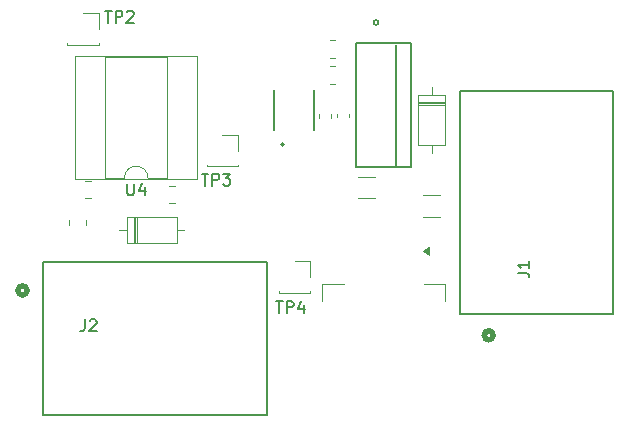
<source format=gbr>
%TF.GenerationSoftware,KiCad,Pcbnew,8.0.7*%
%TF.CreationDate,2025-04-15T22:45:42-07:00*%
%TF.ProjectId,M56PowerPrototype,4d353650-6f77-4657-9250-726f746f7479,rev?*%
%TF.SameCoordinates,Original*%
%TF.FileFunction,Legend,Top*%
%TF.FilePolarity,Positive*%
%FSLAX46Y46*%
G04 Gerber Fmt 4.6, Leading zero omitted, Abs format (unit mm)*
G04 Created by KiCad (PCBNEW 8.0.7) date 2025-04-15 22:45:42*
%MOMM*%
%LPD*%
G01*
G04 APERTURE LIST*
%ADD10C,0.150000*%
%ADD11C,0.152400*%
%ADD12C,0.508000*%
%ADD13C,0.120000*%
G04 APERTURE END LIST*
D10*
X107290819Y-55655933D02*
X108005104Y-55655933D01*
X108005104Y-55655933D02*
X108147961Y-55703552D01*
X108147961Y-55703552D02*
X108243200Y-55798790D01*
X108243200Y-55798790D02*
X108290819Y-55941647D01*
X108290819Y-55941647D02*
X108290819Y-56036885D01*
X108290819Y-54655933D02*
X108290819Y-55227361D01*
X108290819Y-54941647D02*
X107290819Y-54941647D01*
X107290819Y-54941647D02*
X107433676Y-55036885D01*
X107433676Y-55036885D02*
X107528914Y-55132123D01*
X107528914Y-55132123D02*
X107576533Y-55227361D01*
X86838095Y-58054819D02*
X87409523Y-58054819D01*
X87123809Y-59054819D02*
X87123809Y-58054819D01*
X87742857Y-59054819D02*
X87742857Y-58054819D01*
X87742857Y-58054819D02*
X88123809Y-58054819D01*
X88123809Y-58054819D02*
X88219047Y-58102438D01*
X88219047Y-58102438D02*
X88266666Y-58150057D01*
X88266666Y-58150057D02*
X88314285Y-58245295D01*
X88314285Y-58245295D02*
X88314285Y-58388152D01*
X88314285Y-58388152D02*
X88266666Y-58483390D01*
X88266666Y-58483390D02*
X88219047Y-58531009D01*
X88219047Y-58531009D02*
X88123809Y-58578628D01*
X88123809Y-58578628D02*
X87742857Y-58578628D01*
X89171428Y-58388152D02*
X89171428Y-59054819D01*
X88933333Y-58007200D02*
X88695238Y-58721485D01*
X88695238Y-58721485D02*
X89314285Y-58721485D01*
X72338095Y-33454819D02*
X72909523Y-33454819D01*
X72623809Y-34454819D02*
X72623809Y-33454819D01*
X73242857Y-34454819D02*
X73242857Y-33454819D01*
X73242857Y-33454819D02*
X73623809Y-33454819D01*
X73623809Y-33454819D02*
X73719047Y-33502438D01*
X73719047Y-33502438D02*
X73766666Y-33550057D01*
X73766666Y-33550057D02*
X73814285Y-33645295D01*
X73814285Y-33645295D02*
X73814285Y-33788152D01*
X73814285Y-33788152D02*
X73766666Y-33883390D01*
X73766666Y-33883390D02*
X73719047Y-33931009D01*
X73719047Y-33931009D02*
X73623809Y-33978628D01*
X73623809Y-33978628D02*
X73242857Y-33978628D01*
X74195238Y-33550057D02*
X74242857Y-33502438D01*
X74242857Y-33502438D02*
X74338095Y-33454819D01*
X74338095Y-33454819D02*
X74576190Y-33454819D01*
X74576190Y-33454819D02*
X74671428Y-33502438D01*
X74671428Y-33502438D02*
X74719047Y-33550057D01*
X74719047Y-33550057D02*
X74766666Y-33645295D01*
X74766666Y-33645295D02*
X74766666Y-33740533D01*
X74766666Y-33740533D02*
X74719047Y-33883390D01*
X74719047Y-33883390D02*
X74147619Y-34454819D01*
X74147619Y-34454819D02*
X74766666Y-34454819D01*
X70644066Y-59590819D02*
X70644066Y-60305104D01*
X70644066Y-60305104D02*
X70596447Y-60447961D01*
X70596447Y-60447961D02*
X70501209Y-60543200D01*
X70501209Y-60543200D02*
X70358352Y-60590819D01*
X70358352Y-60590819D02*
X70263114Y-60590819D01*
X71072638Y-59686057D02*
X71120257Y-59638438D01*
X71120257Y-59638438D02*
X71215495Y-59590819D01*
X71215495Y-59590819D02*
X71453590Y-59590819D01*
X71453590Y-59590819D02*
X71548828Y-59638438D01*
X71548828Y-59638438D02*
X71596447Y-59686057D01*
X71596447Y-59686057D02*
X71644066Y-59781295D01*
X71644066Y-59781295D02*
X71644066Y-59876533D01*
X71644066Y-59876533D02*
X71596447Y-60019390D01*
X71596447Y-60019390D02*
X71025019Y-60590819D01*
X71025019Y-60590819D02*
X71644066Y-60590819D01*
X80538095Y-47254819D02*
X81109523Y-47254819D01*
X80823809Y-48254819D02*
X80823809Y-47254819D01*
X81442857Y-48254819D02*
X81442857Y-47254819D01*
X81442857Y-47254819D02*
X81823809Y-47254819D01*
X81823809Y-47254819D02*
X81919047Y-47302438D01*
X81919047Y-47302438D02*
X81966666Y-47350057D01*
X81966666Y-47350057D02*
X82014285Y-47445295D01*
X82014285Y-47445295D02*
X82014285Y-47588152D01*
X82014285Y-47588152D02*
X81966666Y-47683390D01*
X81966666Y-47683390D02*
X81919047Y-47731009D01*
X81919047Y-47731009D02*
X81823809Y-47778628D01*
X81823809Y-47778628D02*
X81442857Y-47778628D01*
X82347619Y-47254819D02*
X82966666Y-47254819D01*
X82966666Y-47254819D02*
X82633333Y-47635771D01*
X82633333Y-47635771D02*
X82776190Y-47635771D01*
X82776190Y-47635771D02*
X82871428Y-47683390D01*
X82871428Y-47683390D02*
X82919047Y-47731009D01*
X82919047Y-47731009D02*
X82966666Y-47826247D01*
X82966666Y-47826247D02*
X82966666Y-48064342D01*
X82966666Y-48064342D02*
X82919047Y-48159580D01*
X82919047Y-48159580D02*
X82871428Y-48207200D01*
X82871428Y-48207200D02*
X82776190Y-48254819D01*
X82776190Y-48254819D02*
X82490476Y-48254819D01*
X82490476Y-48254819D02*
X82395238Y-48207200D01*
X82395238Y-48207200D02*
X82347619Y-48159580D01*
X74228095Y-48084819D02*
X74228095Y-48894342D01*
X74228095Y-48894342D02*
X74275714Y-48989580D01*
X74275714Y-48989580D02*
X74323333Y-49037200D01*
X74323333Y-49037200D02*
X74418571Y-49084819D01*
X74418571Y-49084819D02*
X74609047Y-49084819D01*
X74609047Y-49084819D02*
X74704285Y-49037200D01*
X74704285Y-49037200D02*
X74751904Y-48989580D01*
X74751904Y-48989580D02*
X74799523Y-48894342D01*
X74799523Y-48894342D02*
X74799523Y-48084819D01*
X75704285Y-48418152D02*
X75704285Y-49084819D01*
X75466190Y-48037200D02*
X75228095Y-48751485D01*
X75228095Y-48751485D02*
X75847142Y-48751485D01*
D11*
%TO.C,J1*%
X102423000Y-40233600D02*
X102423000Y-59156600D01*
X102423000Y-59156600D02*
X115377000Y-59156600D01*
X115377000Y-40233600D02*
X102423000Y-40233600D01*
X115377000Y-59156600D02*
X115377000Y-40233600D01*
D12*
X105217000Y-60934600D02*
G75*
G02*
X104455000Y-60934600I-381000J0D01*
G01*
X104455000Y-60934600D02*
G75*
G02*
X105217000Y-60934600I381000J0D01*
G01*
D13*
%TO.C,C3*%
X90490000Y-42234420D02*
X90490000Y-42515580D01*
X91510000Y-42234420D02*
X91510000Y-42515580D01*
%TO.C,TP4*%
X87070000Y-57210000D02*
X87070000Y-57330000D01*
X87070000Y-57330000D02*
X89730000Y-57330000D01*
X88400000Y-54670000D02*
X89730000Y-54670000D01*
X89730000Y-54670000D02*
X89730000Y-56000000D01*
X89730000Y-57210000D02*
X89730000Y-57330000D01*
%TO.C,R2*%
X91360436Y-35965000D02*
X91814564Y-35965000D01*
X91360436Y-37435000D02*
X91814564Y-37435000D01*
%TO.C,R4*%
X70672936Y-47865000D02*
X71127064Y-47865000D01*
X70672936Y-49335000D02*
X71127064Y-49335000D01*
%TO.C,TP2*%
X69170000Y-36210000D02*
X69170000Y-36330000D01*
X69170000Y-36330000D02*
X71830000Y-36330000D01*
X70500000Y-33670000D02*
X71830000Y-33670000D01*
X71830000Y-33670000D02*
X71830000Y-35000000D01*
X71830000Y-36210000D02*
X71830000Y-36330000D01*
%TO.C,D1*%
X73530000Y-52000000D02*
X74180000Y-52000000D01*
X74180000Y-50880000D02*
X74180000Y-53120000D01*
X74180000Y-53120000D02*
X78420000Y-53120000D01*
X74780000Y-50880000D02*
X74780000Y-53120000D01*
X74900000Y-50880000D02*
X74900000Y-53120000D01*
X75020000Y-50880000D02*
X75020000Y-53120000D01*
X78420000Y-50880000D02*
X74180000Y-50880000D01*
X78420000Y-53120000D02*
X78420000Y-50880000D01*
X79070000Y-52000000D02*
X78420000Y-52000000D01*
%TO.C,R1*%
X91372936Y-38165000D02*
X91827064Y-38165000D01*
X91372936Y-39635000D02*
X91827064Y-39635000D01*
%TO.C,C1*%
X100711252Y-49090000D02*
X99288748Y-49090000D01*
X100711252Y-50910000D02*
X99288748Y-50910000D01*
D11*
%TO.C,J2*%
X67143400Y-54723000D02*
X67143400Y-67677000D01*
X67143400Y-67677000D02*
X86066400Y-67677000D01*
X86066400Y-54723000D02*
X67143400Y-54723000D01*
X86066400Y-67677000D02*
X86066400Y-54723000D01*
D12*
X65746400Y-57136000D02*
G75*
G02*
X64984400Y-57136000I-381000J0D01*
G01*
X64984400Y-57136000D02*
G75*
G02*
X65746400Y-57136000I381000J0D01*
G01*
D13*
%TO.C,C5*%
X77738748Y-48265000D02*
X78261252Y-48265000D01*
X77738748Y-49735000D02*
X78261252Y-49735000D01*
D11*
%TO.C,U2*%
X93598200Y-36227600D02*
X93598200Y-46692400D01*
X93598200Y-46692400D02*
X98246400Y-46692400D01*
X96976400Y-36354600D02*
X96976400Y-46565400D01*
X98246400Y-36227600D02*
X93598200Y-36227600D01*
X98246400Y-46692400D02*
X98246400Y-36227600D01*
X95503200Y-34449600D02*
G75*
G02*
X95096800Y-34449600I-203200J0D01*
G01*
X95096800Y-34449600D02*
G75*
G02*
X95503200Y-34449600I203200J0D01*
G01*
D13*
%TO.C,C2*%
X93788748Y-47490000D02*
X95211252Y-47490000D01*
X93788748Y-49310000D02*
X95211252Y-49310000D01*
%TO.C,R3*%
X69265000Y-51627064D02*
X69265000Y-51172936D01*
X70735000Y-51627064D02*
X70735000Y-51172936D01*
%TO.C,U1*%
X90760000Y-56625000D02*
X92570000Y-56625000D01*
X90760000Y-57990000D02*
X90760000Y-56625000D01*
X101160000Y-56625000D02*
X99350000Y-56625000D01*
X101160000Y-57990000D02*
X101160000Y-56625000D01*
X99780000Y-54140000D02*
X99310000Y-53800000D01*
X99780000Y-53460000D01*
X99780000Y-54140000D01*
G36*
X99780000Y-54140000D02*
G01*
X99310000Y-53800000D01*
X99780000Y-53460000D01*
X99780000Y-54140000D01*
G37*
%TO.C,TP3*%
X80970000Y-46510000D02*
X80970000Y-46630000D01*
X80970000Y-46630000D02*
X83630000Y-46630000D01*
X82300000Y-43970000D02*
X83630000Y-43970000D01*
X83630000Y-43970000D02*
X83630000Y-45300000D01*
X83630000Y-46510000D02*
X83630000Y-46630000D01*
%TO.C,D2*%
X98880000Y-40580000D02*
X98880000Y-44820000D01*
X98880000Y-44820000D02*
X101120000Y-44820000D01*
X100000000Y-39930000D02*
X100000000Y-40580000D01*
X100000000Y-45470000D02*
X100000000Y-44820000D01*
X101120000Y-40580000D02*
X98880000Y-40580000D01*
X101120000Y-41180000D02*
X98880000Y-41180000D01*
X101120000Y-41300000D02*
X98880000Y-41300000D01*
X101120000Y-41420000D02*
X98880000Y-41420000D01*
X101120000Y-44820000D02*
X101120000Y-40580000D01*
D11*
%TO.C,U3*%
X86648000Y-40122999D02*
X86648000Y-43526997D01*
X90051998Y-43526997D02*
X90051998Y-40122999D01*
X87526999Y-44776597D02*
G75*
G02*
X87272999Y-44776597I-127000J0D01*
G01*
X87272999Y-44776597D02*
G75*
G02*
X87526999Y-44776597I127000J0D01*
G01*
D13*
%TO.C,C4*%
X91990000Y-42159420D02*
X91990000Y-42440580D01*
X93010000Y-42159420D02*
X93010000Y-42440580D01*
%TO.C,U4*%
X80130000Y-47690000D02*
X80130000Y-37290000D01*
X80130000Y-37290000D02*
X69850000Y-37290000D01*
X77640000Y-47630000D02*
X77640000Y-37350000D01*
X77640000Y-37350000D02*
X72340000Y-37350000D01*
X75990000Y-47630000D02*
X77640000Y-47630000D01*
X72340000Y-47630000D02*
X73990000Y-47630000D01*
X72340000Y-37350000D02*
X72340000Y-47630000D01*
X69850000Y-47690000D02*
X80130000Y-47690000D01*
X69850000Y-37290000D02*
X69850000Y-47690000D01*
X73990000Y-47630000D02*
G75*
G02*
X75990000Y-47630000I1000000J0D01*
G01*
%TD*%
M02*

</source>
